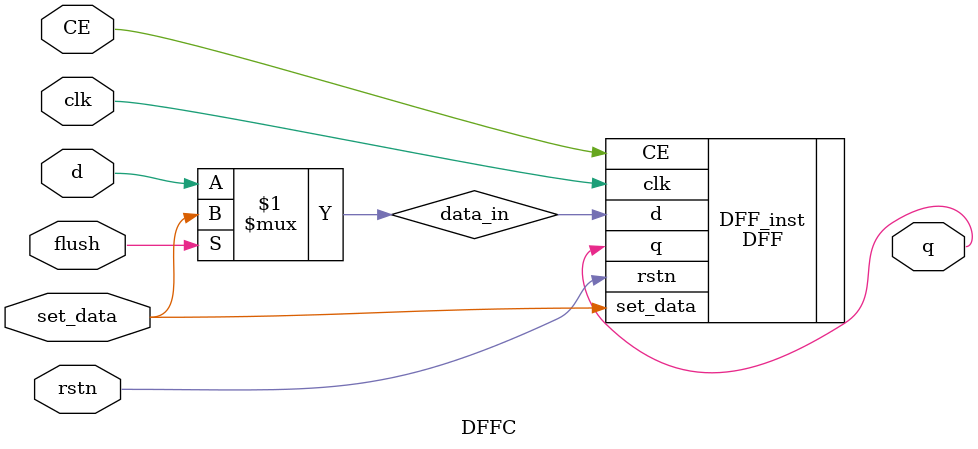
<source format=v>
`include "../defines.v"

module DFFC #(
        parameter WIDTH = 1
    ) (
        input  wire             clk     ,
        input  wire             rstn    ,
        input  wire             flush   ,
        input  wire             CE      ,
        input  wire [WIDTH-1:0] set_data,
        input  wire [WIDTH-1:0] d       ,
        output wire [WIDTH-1:0] q
    );

    wire [WIDTH-1:0] data_in = flush ? set_data : d;

    DFF #(WIDTH) DFF_inst(
            .clk      (clk      ),
            .rstn     (rstn     ),
            .CE       (CE       ),
            .set_data (set_data ),
            .d        (data_in  ),
            .q        (q        )
        );

endmodule //DFFC

</source>
